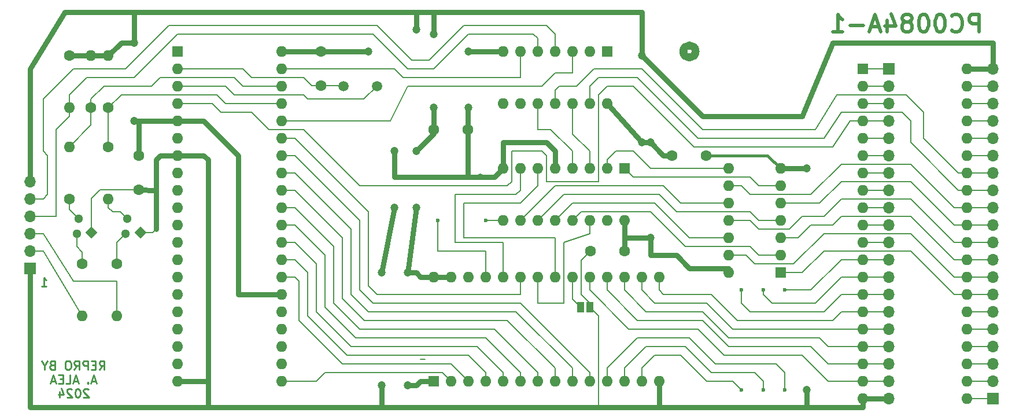
<source format=gbl>
%TF.GenerationSoftware,KiCad,Pcbnew,8.0.5+1*%
%TF.CreationDate,2024-10-09T19:18:35+02:00*%
%TF.ProjectId,QL_PC0084A_keyboard_adapter,514c5f50-4330-4303-9834-415f6b657962,0*%
%TF.SameCoordinates,Original*%
%TF.FileFunction,Copper,L2,Bot*%
%TF.FilePolarity,Positive*%
%FSLAX46Y46*%
G04 Gerber Fmt 4.6, Leading zero omitted, Abs format (unit mm)*
G04 Created by KiCad (PCBNEW 8.0.5+1) date 2024-10-09 19:18:35*
%MOMM*%
%LPD*%
G01*
G04 APERTURE LIST*
G04 Aperture macros list*
%AMRotRect*
0 Rectangle, with rotation*
0 The origin of the aperture is its center*
0 $1 length*
0 $2 width*
0 $3 Rotation angle, in degrees counterclockwise*
0 Add horizontal line*
21,1,$1,$2,0,0,$3*%
G04 Aperture macros list end*
%ADD10C,0.250000*%
%TA.AperFunction,NonConductor*%
%ADD11C,0.250000*%
%TD*%
%TA.AperFunction,NonConductor*%
%ADD12C,1.200000*%
%TD*%
%ADD13C,0.508000*%
%TA.AperFunction,NonConductor*%
%ADD14C,0.508000*%
%TD*%
%TA.AperFunction,ComponentPad*%
%ADD15RotRect,1.300000X1.300000X135.000000*%
%TD*%
%TA.AperFunction,ComponentPad*%
%ADD16C,1.300000*%
%TD*%
%TA.AperFunction,ComponentPad*%
%ADD17R,1.600000X1.600000*%
%TD*%
%TA.AperFunction,ComponentPad*%
%ADD18O,1.600000X1.600000*%
%TD*%
%TA.AperFunction,ComponentPad*%
%ADD19C,1.600000*%
%TD*%
%TA.AperFunction,ComponentPad*%
%ADD20C,1.500000*%
%TD*%
%TA.AperFunction,ComponentPad*%
%ADD21R,1.700000X1.700000*%
%TD*%
%TA.AperFunction,ComponentPad*%
%ADD22O,1.700000X1.700000*%
%TD*%
%TA.AperFunction,SMDPad,CuDef*%
%ADD23R,1.000000X1.500000*%
%TD*%
%TA.AperFunction,ViaPad*%
%ADD24C,1.200000*%
%TD*%
%TA.AperFunction,ViaPad*%
%ADD25C,0.600000*%
%TD*%
%TA.AperFunction,Conductor*%
%ADD26C,0.200000*%
%TD*%
%TA.AperFunction,Conductor*%
%ADD27C,0.800000*%
%TD*%
%TA.AperFunction,Conductor*%
%ADD28C,0.400000*%
%TD*%
%ADD29C,0.350000*%
%ADD30C,0.300000*%
G04 APERTURE END LIST*
D10*
D11*
X95649142Y-113115576D02*
X96374857Y-113115576D01*
X96012000Y-113115576D02*
X96012000Y-111845576D01*
X96012000Y-111845576D02*
X96132952Y-112027004D01*
X96132952Y-112027004D02*
X96253904Y-112147957D01*
X96253904Y-112147957D02*
X96374857Y-112208433D01*
D12*
X191398026Y-78740000D02*
G75*
G02*
X189601974Y-78740000I-898026J0D01*
G01*
X189601974Y-78740000D02*
G75*
G02*
X191398026Y-78740000I898026J0D01*
G01*
D10*
D11*
X104109761Y-125282318D02*
X104533095Y-124677556D01*
X104835476Y-125282318D02*
X104835476Y-124012318D01*
X104835476Y-124012318D02*
X104351666Y-124012318D01*
X104351666Y-124012318D02*
X104230714Y-124072794D01*
X104230714Y-124072794D02*
X104170237Y-124133270D01*
X104170237Y-124133270D02*
X104109761Y-124254222D01*
X104109761Y-124254222D02*
X104109761Y-124435651D01*
X104109761Y-124435651D02*
X104170237Y-124556603D01*
X104170237Y-124556603D02*
X104230714Y-124617080D01*
X104230714Y-124617080D02*
X104351666Y-124677556D01*
X104351666Y-124677556D02*
X104835476Y-124677556D01*
X103565476Y-124617080D02*
X103142142Y-124617080D01*
X102960714Y-125282318D02*
X103565476Y-125282318D01*
X103565476Y-125282318D02*
X103565476Y-124012318D01*
X103565476Y-124012318D02*
X102960714Y-124012318D01*
X102416428Y-125282318D02*
X102416428Y-124012318D01*
X102416428Y-124012318D02*
X101932618Y-124012318D01*
X101932618Y-124012318D02*
X101811666Y-124072794D01*
X101811666Y-124072794D02*
X101751189Y-124133270D01*
X101751189Y-124133270D02*
X101690713Y-124254222D01*
X101690713Y-124254222D02*
X101690713Y-124435651D01*
X101690713Y-124435651D02*
X101751189Y-124556603D01*
X101751189Y-124556603D02*
X101811666Y-124617080D01*
X101811666Y-124617080D02*
X101932618Y-124677556D01*
X101932618Y-124677556D02*
X102416428Y-124677556D01*
X100420713Y-125282318D02*
X100844047Y-124677556D01*
X101146428Y-125282318D02*
X101146428Y-124012318D01*
X101146428Y-124012318D02*
X100662618Y-124012318D01*
X100662618Y-124012318D02*
X100541666Y-124072794D01*
X100541666Y-124072794D02*
X100481189Y-124133270D01*
X100481189Y-124133270D02*
X100420713Y-124254222D01*
X100420713Y-124254222D02*
X100420713Y-124435651D01*
X100420713Y-124435651D02*
X100481189Y-124556603D01*
X100481189Y-124556603D02*
X100541666Y-124617080D01*
X100541666Y-124617080D02*
X100662618Y-124677556D01*
X100662618Y-124677556D02*
X101146428Y-124677556D01*
X99634523Y-124012318D02*
X99392618Y-124012318D01*
X99392618Y-124012318D02*
X99271666Y-124072794D01*
X99271666Y-124072794D02*
X99150713Y-124193746D01*
X99150713Y-124193746D02*
X99090237Y-124435651D01*
X99090237Y-124435651D02*
X99090237Y-124858984D01*
X99090237Y-124858984D02*
X99150713Y-125100889D01*
X99150713Y-125100889D02*
X99271666Y-125221842D01*
X99271666Y-125221842D02*
X99392618Y-125282318D01*
X99392618Y-125282318D02*
X99634523Y-125282318D01*
X99634523Y-125282318D02*
X99755475Y-125221842D01*
X99755475Y-125221842D02*
X99876428Y-125100889D01*
X99876428Y-125100889D02*
X99936904Y-124858984D01*
X99936904Y-124858984D02*
X99936904Y-124435651D01*
X99936904Y-124435651D02*
X99876428Y-124193746D01*
X99876428Y-124193746D02*
X99755475Y-124072794D01*
X99755475Y-124072794D02*
X99634523Y-124012318D01*
X97154999Y-124617080D02*
X96973571Y-124677556D01*
X96973571Y-124677556D02*
X96913094Y-124738032D01*
X96913094Y-124738032D02*
X96852618Y-124858984D01*
X96852618Y-124858984D02*
X96852618Y-125040413D01*
X96852618Y-125040413D02*
X96913094Y-125161365D01*
X96913094Y-125161365D02*
X96973571Y-125221842D01*
X96973571Y-125221842D02*
X97094523Y-125282318D01*
X97094523Y-125282318D02*
X97578333Y-125282318D01*
X97578333Y-125282318D02*
X97578333Y-124012318D01*
X97578333Y-124012318D02*
X97154999Y-124012318D01*
X97154999Y-124012318D02*
X97034047Y-124072794D01*
X97034047Y-124072794D02*
X96973571Y-124133270D01*
X96973571Y-124133270D02*
X96913094Y-124254222D01*
X96913094Y-124254222D02*
X96913094Y-124375175D01*
X96913094Y-124375175D02*
X96973571Y-124496127D01*
X96973571Y-124496127D02*
X97034047Y-124556603D01*
X97034047Y-124556603D02*
X97154999Y-124617080D01*
X97154999Y-124617080D02*
X97578333Y-124617080D01*
X96066428Y-124677556D02*
X96066428Y-125282318D01*
X96489761Y-124012318D02*
X96066428Y-124677556D01*
X96066428Y-124677556D02*
X95643094Y-124012318D01*
X103595713Y-126964090D02*
X102990951Y-126964090D01*
X103716665Y-127326947D02*
X103293332Y-126056947D01*
X103293332Y-126056947D02*
X102869998Y-127326947D01*
X102446666Y-127205994D02*
X102386189Y-127266471D01*
X102386189Y-127266471D02*
X102446666Y-127326947D01*
X102446666Y-127326947D02*
X102507142Y-127266471D01*
X102507142Y-127266471D02*
X102446666Y-127205994D01*
X102446666Y-127205994D02*
X102446666Y-127326947D01*
X100934761Y-126964090D02*
X100329999Y-126964090D01*
X101055713Y-127326947D02*
X100632380Y-126056947D01*
X100632380Y-126056947D02*
X100209046Y-127326947D01*
X99180952Y-127326947D02*
X99785714Y-127326947D01*
X99785714Y-127326947D02*
X99785714Y-126056947D01*
X98757619Y-126661709D02*
X98334285Y-126661709D01*
X98152857Y-127326947D02*
X98757619Y-127326947D01*
X98757619Y-127326947D02*
X98757619Y-126056947D01*
X98757619Y-126056947D02*
X98152857Y-126056947D01*
X97669047Y-126964090D02*
X97064285Y-126964090D01*
X97789999Y-127326947D02*
X97366666Y-126056947D01*
X97366666Y-126056947D02*
X96943332Y-127326947D01*
X102507143Y-128222528D02*
X102446667Y-128162052D01*
X102446667Y-128162052D02*
X102325714Y-128101576D01*
X102325714Y-128101576D02*
X102023333Y-128101576D01*
X102023333Y-128101576D02*
X101902381Y-128162052D01*
X101902381Y-128162052D02*
X101841905Y-128222528D01*
X101841905Y-128222528D02*
X101781428Y-128343480D01*
X101781428Y-128343480D02*
X101781428Y-128464433D01*
X101781428Y-128464433D02*
X101841905Y-128645861D01*
X101841905Y-128645861D02*
X102567619Y-129371576D01*
X102567619Y-129371576D02*
X101781428Y-129371576D01*
X100995238Y-128101576D02*
X100874285Y-128101576D01*
X100874285Y-128101576D02*
X100753333Y-128162052D01*
X100753333Y-128162052D02*
X100692857Y-128222528D01*
X100692857Y-128222528D02*
X100632381Y-128343480D01*
X100632381Y-128343480D02*
X100571904Y-128585385D01*
X100571904Y-128585385D02*
X100571904Y-128887766D01*
X100571904Y-128887766D02*
X100632381Y-129129671D01*
X100632381Y-129129671D02*
X100692857Y-129250623D01*
X100692857Y-129250623D02*
X100753333Y-129311100D01*
X100753333Y-129311100D02*
X100874285Y-129371576D01*
X100874285Y-129371576D02*
X100995238Y-129371576D01*
X100995238Y-129371576D02*
X101116190Y-129311100D01*
X101116190Y-129311100D02*
X101176666Y-129250623D01*
X101176666Y-129250623D02*
X101237143Y-129129671D01*
X101237143Y-129129671D02*
X101297619Y-128887766D01*
X101297619Y-128887766D02*
X101297619Y-128585385D01*
X101297619Y-128585385D02*
X101237143Y-128343480D01*
X101237143Y-128343480D02*
X101176666Y-128222528D01*
X101176666Y-128222528D02*
X101116190Y-128162052D01*
X101116190Y-128162052D02*
X100995238Y-128101576D01*
X100088095Y-128222528D02*
X100027619Y-128162052D01*
X100027619Y-128162052D02*
X99906666Y-128101576D01*
X99906666Y-128101576D02*
X99604285Y-128101576D01*
X99604285Y-128101576D02*
X99483333Y-128162052D01*
X99483333Y-128162052D02*
X99422857Y-128222528D01*
X99422857Y-128222528D02*
X99362380Y-128343480D01*
X99362380Y-128343480D02*
X99362380Y-128464433D01*
X99362380Y-128464433D02*
X99422857Y-128645861D01*
X99422857Y-128645861D02*
X100148571Y-129371576D01*
X100148571Y-129371576D02*
X99362380Y-129371576D01*
X98273809Y-128524909D02*
X98273809Y-129371576D01*
X98576190Y-128041100D02*
X98878571Y-128948242D01*
X98878571Y-128948242D02*
X98092380Y-128948242D01*
D13*
D14*
X232893810Y-75862736D02*
X232893810Y-73322736D01*
X232893810Y-73322736D02*
X231926191Y-73322736D01*
X231926191Y-73322736D02*
X231684286Y-73443688D01*
X231684286Y-73443688D02*
X231563333Y-73564641D01*
X231563333Y-73564641D02*
X231442381Y-73806545D01*
X231442381Y-73806545D02*
X231442381Y-74169403D01*
X231442381Y-74169403D02*
X231563333Y-74411307D01*
X231563333Y-74411307D02*
X231684286Y-74532260D01*
X231684286Y-74532260D02*
X231926191Y-74653212D01*
X231926191Y-74653212D02*
X232893810Y-74653212D01*
X228902381Y-75620831D02*
X229023333Y-75741784D01*
X229023333Y-75741784D02*
X229386191Y-75862736D01*
X229386191Y-75862736D02*
X229628095Y-75862736D01*
X229628095Y-75862736D02*
X229990952Y-75741784D01*
X229990952Y-75741784D02*
X230232857Y-75499879D01*
X230232857Y-75499879D02*
X230353810Y-75257974D01*
X230353810Y-75257974D02*
X230474762Y-74774164D01*
X230474762Y-74774164D02*
X230474762Y-74411307D01*
X230474762Y-74411307D02*
X230353810Y-73927498D01*
X230353810Y-73927498D02*
X230232857Y-73685593D01*
X230232857Y-73685593D02*
X229990952Y-73443688D01*
X229990952Y-73443688D02*
X229628095Y-73322736D01*
X229628095Y-73322736D02*
X229386191Y-73322736D01*
X229386191Y-73322736D02*
X229023333Y-73443688D01*
X229023333Y-73443688D02*
X228902381Y-73564641D01*
X227330000Y-73322736D02*
X227088095Y-73322736D01*
X227088095Y-73322736D02*
X226846191Y-73443688D01*
X226846191Y-73443688D02*
X226725238Y-73564641D01*
X226725238Y-73564641D02*
X226604286Y-73806545D01*
X226604286Y-73806545D02*
X226483333Y-74290355D01*
X226483333Y-74290355D02*
X226483333Y-74895117D01*
X226483333Y-74895117D02*
X226604286Y-75378926D01*
X226604286Y-75378926D02*
X226725238Y-75620831D01*
X226725238Y-75620831D02*
X226846191Y-75741784D01*
X226846191Y-75741784D02*
X227088095Y-75862736D01*
X227088095Y-75862736D02*
X227330000Y-75862736D01*
X227330000Y-75862736D02*
X227571905Y-75741784D01*
X227571905Y-75741784D02*
X227692857Y-75620831D01*
X227692857Y-75620831D02*
X227813810Y-75378926D01*
X227813810Y-75378926D02*
X227934762Y-74895117D01*
X227934762Y-74895117D02*
X227934762Y-74290355D01*
X227934762Y-74290355D02*
X227813810Y-73806545D01*
X227813810Y-73806545D02*
X227692857Y-73564641D01*
X227692857Y-73564641D02*
X227571905Y-73443688D01*
X227571905Y-73443688D02*
X227330000Y-73322736D01*
X224910952Y-73322736D02*
X224669047Y-73322736D01*
X224669047Y-73322736D02*
X224427143Y-73443688D01*
X224427143Y-73443688D02*
X224306190Y-73564641D01*
X224306190Y-73564641D02*
X224185238Y-73806545D01*
X224185238Y-73806545D02*
X224064285Y-74290355D01*
X224064285Y-74290355D02*
X224064285Y-74895117D01*
X224064285Y-74895117D02*
X224185238Y-75378926D01*
X224185238Y-75378926D02*
X224306190Y-75620831D01*
X224306190Y-75620831D02*
X224427143Y-75741784D01*
X224427143Y-75741784D02*
X224669047Y-75862736D01*
X224669047Y-75862736D02*
X224910952Y-75862736D01*
X224910952Y-75862736D02*
X225152857Y-75741784D01*
X225152857Y-75741784D02*
X225273809Y-75620831D01*
X225273809Y-75620831D02*
X225394762Y-75378926D01*
X225394762Y-75378926D02*
X225515714Y-74895117D01*
X225515714Y-74895117D02*
X225515714Y-74290355D01*
X225515714Y-74290355D02*
X225394762Y-73806545D01*
X225394762Y-73806545D02*
X225273809Y-73564641D01*
X225273809Y-73564641D02*
X225152857Y-73443688D01*
X225152857Y-73443688D02*
X224910952Y-73322736D01*
X222612856Y-74411307D02*
X222854761Y-74290355D01*
X222854761Y-74290355D02*
X222975714Y-74169403D01*
X222975714Y-74169403D02*
X223096666Y-73927498D01*
X223096666Y-73927498D02*
X223096666Y-73806545D01*
X223096666Y-73806545D02*
X222975714Y-73564641D01*
X222975714Y-73564641D02*
X222854761Y-73443688D01*
X222854761Y-73443688D02*
X222612856Y-73322736D01*
X222612856Y-73322736D02*
X222129047Y-73322736D01*
X222129047Y-73322736D02*
X221887142Y-73443688D01*
X221887142Y-73443688D02*
X221766190Y-73564641D01*
X221766190Y-73564641D02*
X221645237Y-73806545D01*
X221645237Y-73806545D02*
X221645237Y-73927498D01*
X221645237Y-73927498D02*
X221766190Y-74169403D01*
X221766190Y-74169403D02*
X221887142Y-74290355D01*
X221887142Y-74290355D02*
X222129047Y-74411307D01*
X222129047Y-74411307D02*
X222612856Y-74411307D01*
X222612856Y-74411307D02*
X222854761Y-74532260D01*
X222854761Y-74532260D02*
X222975714Y-74653212D01*
X222975714Y-74653212D02*
X223096666Y-74895117D01*
X223096666Y-74895117D02*
X223096666Y-75378926D01*
X223096666Y-75378926D02*
X222975714Y-75620831D01*
X222975714Y-75620831D02*
X222854761Y-75741784D01*
X222854761Y-75741784D02*
X222612856Y-75862736D01*
X222612856Y-75862736D02*
X222129047Y-75862736D01*
X222129047Y-75862736D02*
X221887142Y-75741784D01*
X221887142Y-75741784D02*
X221766190Y-75620831D01*
X221766190Y-75620831D02*
X221645237Y-75378926D01*
X221645237Y-75378926D02*
X221645237Y-74895117D01*
X221645237Y-74895117D02*
X221766190Y-74653212D01*
X221766190Y-74653212D02*
X221887142Y-74532260D01*
X221887142Y-74532260D02*
X222129047Y-74411307D01*
X219468094Y-74169403D02*
X219468094Y-75862736D01*
X220072856Y-73201784D02*
X220677618Y-75016069D01*
X220677618Y-75016069D02*
X219105237Y-75016069D01*
X218258570Y-75137022D02*
X217049046Y-75137022D01*
X218500475Y-75862736D02*
X217653808Y-73322736D01*
X217653808Y-73322736D02*
X216807141Y-75862736D01*
X215960475Y-74895117D02*
X214025237Y-74895117D01*
X211485236Y-75862736D02*
X212936665Y-75862736D01*
X212210951Y-75862736D02*
X212210951Y-73322736D01*
X212210951Y-73322736D02*
X212452855Y-73685593D01*
X212452855Y-73685593D02*
X212694760Y-73927498D01*
X212694760Y-73927498D02*
X212936665Y-74048450D01*
D15*
%TO.P,Q2,1,E*%
%TO.N,GND*%
X110109556Y-105282437D03*
D16*
%TO.P,Q2,2,C*%
%TO.N,Net-(Q2-C)*%
X107932505Y-105409437D03*
%TO.P,Q2,3,B*%
%TO.N,Net-(Q2-B)*%
X108204556Y-103250437D03*
%TD*%
D15*
%TO.P,Q1,1,E*%
%TO.N,GND*%
X102976000Y-105283000D03*
D16*
%TO.P,Q1,2,C*%
%TO.N,Net-(Q1-C)*%
X100798949Y-105410000D03*
%TO.P,Q1,3,B*%
%TO.N,Net-(Q1-B)*%
X101071000Y-103251000D03*
%TD*%
D17*
%TO.P,U2,1,T0*%
%TO.N,unconnected-(U2-T0-Pad1)*%
X115570000Y-78740000D03*
D18*
%TO.P,U2,2,X1*%
%TO.N,Net-(U2-X1)*%
X115570000Y-81280000D03*
%TO.P,U2,3,X2*%
%TO.N,Net-(U2-X2)*%
X115570000Y-83820000D03*
%TO.P,U2,4,~{RESET}*%
%TO.N,/RESET*%
X115570000Y-86360000D03*
%TO.P,U2,5,~{SS}*%
%TO.N,+5V*%
X115570000Y-88900000D03*
%TO.P,U2,6,~{INT}*%
%TO.N,unconnected-(U2-~{INT}-Pad6)*%
X115570000Y-91440000D03*
%TO.P,U2,7,EA*%
%TO.N,GND*%
X115570000Y-93980000D03*
%TO.P,U2,8,~{RD}*%
%TO.N,unconnected-(U2-~{RD}-Pad8)*%
X115570000Y-96520000D03*
%TO.P,U2,9,~{PSEN}*%
%TO.N,unconnected-(U2-~{PSEN}-Pad9)*%
X115570000Y-99060000D03*
%TO.P,U2,10,~{WR}*%
%TO.N,unconnected-(U2-~{WR}-Pad10)*%
X115570000Y-101600000D03*
%TO.P,U2,11,ALE*%
%TO.N,unconnected-(U2-ALE-Pad11)*%
X115570000Y-104140000D03*
%TO.P,U2,12,DB.0*%
%TO.N,unconnected-(U2-DB.0-Pad12)*%
X115570000Y-106680000D03*
%TO.P,U2,13,DB.1*%
%TO.N,unconnected-(U2-DB.1-Pad13)*%
X115570000Y-109220000D03*
%TO.P,U2,14,DB.2*%
%TO.N,unconnected-(U2-DB.2-Pad14)*%
X115570000Y-111760000D03*
%TO.P,U2,15,DB.3*%
%TO.N,unconnected-(U2-DB.3-Pad15)*%
X115570000Y-114300000D03*
%TO.P,U2,16,DB.4*%
%TO.N,unconnected-(U2-DB.4-Pad16)*%
X115570000Y-116840000D03*
%TO.P,U2,17,DB.5*%
%TO.N,unconnected-(U2-DB.5-Pad17)*%
X115570000Y-119380000D03*
%TO.P,U2,18,DB.6*%
%TO.N,unconnected-(U2-DB.6-Pad18)*%
X115570000Y-121920000D03*
%TO.P,U2,19,DB.7*%
%TO.N,unconnected-(U2-DB.7-Pad19)*%
X115570000Y-124460000D03*
%TO.P,U2,20,GND*%
%TO.N,GND*%
X115570000Y-127000000D03*
%TO.P,U2,21,P2.0*%
%TO.N,/R_A12*%
X130810000Y-127000000D03*
%TO.P,U2,22,P2.1*%
%TO.N,/ROM_CE*%
X130810000Y-124460000D03*
%TO.P,U2,23,P2.2*%
%TO.N,unconnected-(U2-P2.2-Pad23)*%
X130810000Y-121920000D03*
%TO.P,U2,24,P2.3*%
%TO.N,unconnected-(U2-P2.3-Pad24)*%
X130810000Y-119380000D03*
%TO.P,U2,25,PROG*%
%TO.N,unconnected-(U2-PROG-Pad25)*%
X130810000Y-116840000D03*
%TO.P,U2,26,Vpp/VDD*%
%TO.N,+5V*%
X130810000Y-114300000D03*
%TO.P,U2,27,P1.0*%
%TO.N,/R_A7*%
X130810000Y-111760000D03*
%TO.P,U2,28,P1.1*%
%TO.N,/R_A6*%
X130810000Y-109220000D03*
%TO.P,U2,29,P1.2*%
%TO.N,/R_A5*%
X130810000Y-106680000D03*
%TO.P,U2,30,P1.3*%
%TO.N,/R_A4*%
X130810000Y-104140000D03*
%TO.P,U2,31,P1.4*%
%TO.N,/R_A3*%
X130810000Y-101600000D03*
%TO.P,U2,32,P1.5*%
%TO.N,/R_A2*%
X130810000Y-99060000D03*
%TO.P,U2,33,P1.6*%
%TO.N,/R_A1*%
X130810000Y-96520000D03*
%TO.P,U2,34,P1.7*%
%TO.N,/R_A0*%
X130810000Y-93980000D03*
%TO.P,U2,35,P2.4*%
%TO.N,/R_A11*%
X130810000Y-91440000D03*
%TO.P,U2,36,P2.5*%
%TO.N,Net-(U2-P2.5)*%
X130810000Y-88900000D03*
%TO.P,U2,37,P2.6*%
%TO.N,Net-(U2-P2.6)*%
X130810000Y-86360000D03*
%TO.P,U2,38,P2.7*%
%TO.N,Net-(U2-P2.7)*%
X130810000Y-83820000D03*
%TO.P,U2,39,T1*%
%TO.N,Net-(U2-T1)*%
X130810000Y-81280000D03*
%TO.P,U2,40,VCC*%
%TO.N,+5V*%
X130810000Y-78740000D03*
%TD*%
D17*
%TO.P,U8,1*%
%TO.N,unconnected-(U8-Pad1)*%
X178440000Y-78750000D03*
D18*
%TO.P,U8,2*%
%TO.N,unconnected-(U8-Pad2)*%
X175900000Y-78750000D03*
%TO.P,U8,3*%
%TO.N,Net-(U2-P2.5)*%
X173360000Y-78750000D03*
%TO.P,U8,4*%
%TO.N,Net-(J3-Pin_5)*%
X170820000Y-78750000D03*
%TO.P,U8,5*%
%TO.N,Net-(J3-Pin_4)*%
X168280000Y-78750000D03*
%TO.P,U8,6*%
%TO.N,Net-(U2-T1)*%
X165740000Y-78750000D03*
%TO.P,U8,7,GND*%
%TO.N,GND*%
X163200000Y-78750000D03*
%TO.P,U8,8*%
%TO.N,unconnected-(U8-Pad8)*%
X163200000Y-86370000D03*
%TO.P,U8,9*%
%TO.N,unconnected-(U8-Pad9)*%
X165740000Y-86370000D03*
%TO.P,U8,10*%
%TO.N,Net-(U6-I7)*%
X168280000Y-86370000D03*
%TO.P,U8,11*%
%TO.N,/KBO07*%
X170820000Y-86370000D03*
%TO.P,U8,12*%
%TO.N,Net-(U6-I6)*%
X173360000Y-86370000D03*
%TO.P,U8,13*%
%TO.N,/KBO06*%
X175900000Y-86370000D03*
%TO.P,U8,14,VCC*%
%TO.N,+5V*%
X178440000Y-86370000D03*
%TD*%
D17*
%TO.P,U1,1,T0*%
%TO.N,Net-(J1-Pin_1)*%
X215900000Y-81280000D03*
D18*
%TO.P,U1,2,X1*%
%TO.N,Net-(J1-Pin_2)*%
X215900000Y-83820000D03*
%TO.P,U1,3,X2*%
%TO.N,Net-(J1-Pin_3)*%
X215900000Y-86360000D03*
%TO.P,U1,4,~{RESET}*%
%TO.N,/RESET*%
X215900000Y-88900000D03*
%TO.P,U1,5,~{SS}*%
%TO.N,Net-(J1-Pin_5)*%
X215900000Y-91440000D03*
%TO.P,U1,6,~{INT}*%
%TO.N,Net-(J1-Pin_6)*%
X215900000Y-93980000D03*
%TO.P,U1,7,EA*%
%TO.N,Net-(J1-Pin_7)*%
X215900000Y-96520000D03*
%TO.P,U1,8,~{RD}*%
%TO.N,Net-(J1-Pin_8)*%
X215900000Y-99060000D03*
%TO.P,U1,9,~{PSEN}*%
%TO.N,Net-(J1-Pin_9)*%
X215900000Y-101600000D03*
%TO.P,U1,10,~{WR}*%
%TO.N,Net-(J1-Pin_10)*%
X215900000Y-104140000D03*
%TO.P,U1,11,ALE*%
%TO.N,Net-(J1-Pin_11)*%
X215900000Y-106680000D03*
%TO.P,U1,12,DB.0*%
%TO.N,/KBI00*%
X215900000Y-109220000D03*
%TO.P,U1,13,DB.1*%
%TO.N,/KBI01*%
X215900000Y-111760000D03*
%TO.P,U1,14,DB.2*%
%TO.N,/KBI02*%
X215900000Y-114300000D03*
%TO.P,U1,15,DB.3*%
%TO.N,/KBI03*%
X215900000Y-116840000D03*
%TO.P,U1,16,DB.4*%
%TO.N,/KBI04*%
X215900000Y-119380000D03*
%TO.P,U1,17,DB.5*%
%TO.N,/KBI05*%
X215900000Y-121920000D03*
%TO.P,U1,18,DB.6*%
%TO.N,/KBI06*%
X215900000Y-124460000D03*
%TO.P,U1,19,DB.7*%
%TO.N,/KBI07*%
X215900000Y-127000000D03*
%TO.P,U1,20,GND*%
%TO.N,GND*%
X215900000Y-129540000D03*
%TO.P,U1,21,P2.0*%
%TO.N,Net-(J2-Pin_1)*%
X231140000Y-129540000D03*
%TO.P,U1,22,P2.1*%
%TO.N,Net-(J2-Pin_2)*%
X231140000Y-127000000D03*
%TO.P,U1,23,P2.2*%
%TO.N,Net-(J2-Pin_3)*%
X231140000Y-124460000D03*
%TO.P,U1,24,P2.3*%
%TO.N,Net-(J2-Pin_4)*%
X231140000Y-121920000D03*
%TO.P,U1,25,PROG*%
%TO.N,Net-(J2-Pin_5)*%
X231140000Y-119380000D03*
%TO.P,U1,26,Vpp/VDD*%
%TO.N,Net-(J2-Pin_6)*%
X231140000Y-116840000D03*
%TO.P,U1,27,P1.0*%
%TO.N,/KBO00*%
X231140000Y-114300000D03*
%TO.P,U1,28,P1.1*%
%TO.N,/KBO01*%
X231140000Y-111760000D03*
%TO.P,U1,29,P1.2*%
%TO.N,/KBO02*%
X231140000Y-109220000D03*
%TO.P,U1,30,P1.3*%
%TO.N,/KBO03*%
X231140000Y-106680000D03*
%TO.P,U1,31,P1.4*%
%TO.N,/KBO04*%
X231140000Y-104140000D03*
%TO.P,U1,32,P1.5*%
%TO.N,/KBO05*%
X231140000Y-101600000D03*
%TO.P,U1,33,P1.6*%
%TO.N,/KBO06*%
X231140000Y-99060000D03*
%TO.P,U1,34,P1.7*%
%TO.N,/KBO07*%
X231140000Y-96520000D03*
%TO.P,U1,35,P2.4*%
%TO.N,Net-(J2-Pin_15)*%
X231140000Y-93980000D03*
%TO.P,U1,36,P2.5*%
%TO.N,Net-(J2-Pin_16)*%
X231140000Y-91440000D03*
%TO.P,U1,37,P2.6*%
%TO.N,Net-(J2-Pin_17)*%
X231140000Y-88900000D03*
%TO.P,U1,38,P2.7*%
%TO.N,Net-(J2-Pin_18)*%
X231140000Y-86360000D03*
%TO.P,U1,39,T1*%
%TO.N,Net-(J2-Pin_19)*%
X231140000Y-83820000D03*
%TO.P,U1,40,VCC*%
%TO.N,+5V*%
X231140000Y-81280000D03*
%TD*%
D19*
%TO.P,R5,1*%
%TO.N,Net-(U2-P2.6)*%
X105410000Y-86995000D03*
D18*
%TO.P,R5,2*%
%TO.N,+5V*%
X105410000Y-79375000D03*
%TD*%
D19*
%TO.P,C2,1*%
%TO.N,Net-(U2-X1)*%
X136525000Y-83780000D03*
%TO.P,C2,2*%
%TO.N,+5V*%
X136525000Y-78780000D03*
%TD*%
D17*
%TO.P,U6,1,I4*%
%TO.N,Net-(U6-I4)*%
X180975000Y-95885000D03*
D18*
%TO.P,U6,2,I5*%
%TO.N,Net-(U6-I5)*%
X178435000Y-95885000D03*
%TO.P,U6,3,I6*%
%TO.N,Net-(U6-I6)*%
X175895000Y-95885000D03*
%TO.P,U6,4,I7*%
%TO.N,Net-(U6-I7)*%
X173355000Y-95885000D03*
%TO.P,U6,5,EI*%
%TO.N,GND*%
X170815000Y-95885000D03*
%TO.P,U6,6,S2*%
%TO.N,/R_A10*%
X168275000Y-95885000D03*
%TO.P,U6,7,S1*%
%TO.N,/R_A9*%
X165735000Y-95885000D03*
%TO.P,U6,8,GND*%
%TO.N,GND*%
X163195000Y-95885000D03*
%TO.P,U6,9,S0*%
%TO.N,/R_A8*%
X163195000Y-103505000D03*
%TO.P,U6,10,IO*%
%TO.N,Net-(U6-IO)*%
X165735000Y-103505000D03*
%TO.P,U6,11,I1*%
%TO.N,Net-(U6-I1)*%
X168275000Y-103505000D03*
%TO.P,U6,12,I2*%
%TO.N,Net-(U6-I2)*%
X170815000Y-103505000D03*
%TO.P,U6,13,I3*%
%TO.N,Net-(U6-I3)*%
X173355000Y-103505000D03*
%TO.P,U6,14,GS*%
%TO.N,/ROM_OE*%
X175895000Y-103505000D03*
%TO.P,U6,15,EO*%
%TO.N,unconnected-(U6-EO-Pad15)*%
X178435000Y-103505000D03*
%TO.P,U6,16,VCC*%
%TO.N,+5V*%
X180975000Y-103505000D03*
%TD*%
D19*
%TO.P,C5,1*%
%TO.N,GND*%
X109855000Y-98980000D03*
%TO.P,C5,2*%
%TO.N,+5V*%
X109855000Y-93980000D03*
%TD*%
%TO.P,C4,1*%
%TO.N,+5V*%
X153075000Y-90170000D03*
%TO.P,C4,2*%
%TO.N,GND*%
X158075000Y-90170000D03*
%TD*%
%TO.P,C1,1*%
%TO.N,+5V*%
X187960000Y-93980000D03*
%TO.P,C1,2*%
%TO.N,GND*%
X192960000Y-93980000D03*
%TD*%
%TO.P,R7,1*%
%TO.N,Net-(U2-P2.6)*%
X105410000Y-92710000D03*
D18*
%TO.P,R7,2*%
%TO.N,Net-(Q2-B)*%
X105410000Y-100330000D03*
%TD*%
D19*
%TO.P,C3,1*%
%TO.N,+5V*%
X180975000Y-107950000D03*
%TO.P,C3,2*%
%TO.N,GND*%
X175975000Y-107950000D03*
%TD*%
D20*
%TO.P,Y1,1,1*%
%TO.N,Net-(U2-X1)*%
X139880000Y-83790000D03*
%TO.P,Y1,2,2*%
%TO.N,Net-(U2-X2)*%
X144780000Y-83790000D03*
%TD*%
D19*
%TO.P,R4,1*%
%TO.N,Net-(U2-P2.7)*%
X102870000Y-86995000D03*
D18*
%TO.P,R4,2*%
%TO.N,+5V*%
X102870000Y-79375000D03*
%TD*%
D19*
%TO.P,R1,1*%
%TO.N,Net-(Q2-C)*%
X106680000Y-109855000D03*
D18*
%TO.P,R1,2*%
%TO.N,Net-(J3-Pin_3)*%
X106680000Y-117475000D03*
%TD*%
D19*
%TO.P,R2,1*%
%TO.N,Net-(Q1-C)*%
X101600000Y-109855000D03*
D18*
%TO.P,R2,2*%
%TO.N,Net-(J3-Pin_2)*%
X101600000Y-117475000D03*
%TD*%
D19*
%TO.P,R6,1*%
%TO.N,Net-(Q1-B)*%
X99695000Y-100330000D03*
D18*
%TO.P,R6,2*%
%TO.N,Net-(U2-P2.7)*%
X99695000Y-92710000D03*
%TD*%
D17*
%TO.P,U7,1*%
%TO.N,/KBO00*%
X203825000Y-111125000D03*
D18*
%TO.P,U7,2*%
%TO.N,Net-(U6-I3)*%
X203825000Y-108585000D03*
%TO.P,U7,3*%
%TO.N,/KBO02*%
X203825000Y-106045000D03*
%TO.P,U7,4*%
%TO.N,Net-(U6-I1)*%
X203825000Y-103505000D03*
%TO.P,U7,5*%
%TO.N,/KBO04*%
X203825000Y-100965000D03*
%TO.P,U7,6*%
%TO.N,Net-(U6-I4)*%
X203825000Y-98425000D03*
%TO.P,U7,7,GND*%
%TO.N,GND*%
X203825000Y-95885000D03*
%TO.P,U7,8*%
%TO.N,Net-(U6-I5)*%
X196205000Y-95885000D03*
%TO.P,U7,9*%
%TO.N,/KBO05*%
X196205000Y-98425000D03*
%TO.P,U7,10*%
%TO.N,Net-(U6-IO)*%
X196205000Y-100965000D03*
%TO.P,U7,11*%
%TO.N,/KBO03*%
X196205000Y-103505000D03*
%TO.P,U7,12*%
%TO.N,Net-(U6-I2)*%
X196205000Y-106045000D03*
%TO.P,U7,13*%
%TO.N,/KBO01*%
X196205000Y-108585000D03*
%TO.P,U7,14,VCC*%
%TO.N,+5V*%
X196205000Y-111125000D03*
%TD*%
D19*
%TO.P,R3,1*%
%TO.N,+5V*%
X99695000Y-79375000D03*
D18*
%TO.P,R3,2*%
%TO.N,Net-(J3-Pin_4)*%
X99695000Y-86995000D03*
%TD*%
D17*
%TO.P,U3,1,VPP*%
%TO.N,+5V*%
X153035000Y-127000000D03*
D18*
%TO.P,U3,2,A12*%
%TO.N,/R_A12*%
X155575000Y-127000000D03*
%TO.P,U3,3,A7*%
%TO.N,/R_A7*%
X158115000Y-127000000D03*
%TO.P,U3,4,A6*%
%TO.N,/R_A6*%
X160655000Y-127000000D03*
%TO.P,U3,5,A5*%
%TO.N,/R_A5*%
X163195000Y-127000000D03*
%TO.P,U3,6,A4*%
%TO.N,/R_A4*%
X165735000Y-127000000D03*
%TO.P,U3,7,A3*%
%TO.N,/R_A3*%
X168275000Y-127000000D03*
%TO.P,U3,8,A2*%
%TO.N,/R_A2*%
X170815000Y-127000000D03*
%TO.P,U3,9,A1*%
%TO.N,/R_A1*%
X173355000Y-127000000D03*
%TO.P,U3,10,A0*%
%TO.N,/R_A0*%
X175895000Y-127000000D03*
%TO.P,U3,11,D0*%
%TO.N,/KBI00*%
X178435000Y-127000000D03*
%TO.P,U3,12,D1*%
%TO.N,/KBI01*%
X180975000Y-127000000D03*
%TO.P,U3,13,D2*%
%TO.N,/KBI02*%
X183515000Y-127000000D03*
%TO.P,U3,14,GND*%
%TO.N,GND*%
X186055000Y-127000000D03*
%TO.P,U3,15,D3*%
%TO.N,/KBI03*%
X186055000Y-111760000D03*
%TO.P,U3,16,D4*%
%TO.N,/KBI04*%
X183515000Y-111760000D03*
%TO.P,U3,17,D5*%
%TO.N,/KBI05*%
X180975000Y-111760000D03*
%TO.P,U3,18,D6*%
%TO.N,/KBI06*%
X178435000Y-111760000D03*
%TO.P,U3,19,D7*%
%TO.N,/KBI07*%
X175895000Y-111760000D03*
%TO.P,U3,20,~{CE}*%
%TO.N,Net-(JP1-A)*%
X173355000Y-111760000D03*
%TO.P,U3,21,A10*%
%TO.N,/R_A10*%
X170815000Y-111760000D03*
%TO.P,U3,22,~{OE}*%
%TO.N,/ROM_OE*%
X168275000Y-111760000D03*
%TO.P,U3,23,A11*%
%TO.N,/R_A11*%
X165735000Y-111760000D03*
%TO.P,U3,24,A9*%
%TO.N,/R_A9*%
X163195000Y-111760000D03*
%TO.P,U3,25,A8*%
%TO.N,/R_A8*%
X160655000Y-111760000D03*
%TO.P,U3,26,NC*%
%TO.N,unconnected-(U3-NC-Pad26)*%
X158115000Y-111760000D03*
%TO.P,U3,27,~{PGM}*%
%TO.N,+5V*%
X155575000Y-111760000D03*
%TO.P,U3,28,VCC*%
X153035000Y-111760000D03*
%TD*%
D21*
%TO.P,J3,1,Pin_1*%
%TO.N,GND*%
X93980000Y-110490000D03*
D22*
%TO.P,J3,2,Pin_2*%
%TO.N,Net-(J3-Pin_2)*%
X93980000Y-107950000D03*
%TO.P,J3,3,Pin_3*%
%TO.N,Net-(J3-Pin_3)*%
X93980000Y-105410000D03*
%TO.P,J3,4,Pin_4*%
%TO.N,Net-(J3-Pin_4)*%
X93980000Y-102870000D03*
%TO.P,J3,5,Pin_5*%
%TO.N,Net-(J3-Pin_5)*%
X93980000Y-100330000D03*
%TO.P,J3,6,Pin_6*%
%TO.N,+5V*%
X93980000Y-97790000D03*
%TD*%
D21*
%TO.P,J2,1,Pin_1*%
%TO.N,Net-(J2-Pin_1)*%
X234950000Y-129540000D03*
D22*
%TO.P,J2,2,Pin_2*%
%TO.N,Net-(J2-Pin_2)*%
X234950000Y-127000000D03*
%TO.P,J2,3,Pin_3*%
%TO.N,Net-(J2-Pin_3)*%
X234950000Y-124460000D03*
%TO.P,J2,4,Pin_4*%
%TO.N,Net-(J2-Pin_4)*%
X234950000Y-121920000D03*
%TO.P,J2,5,Pin_5*%
%TO.N,Net-(J2-Pin_5)*%
X234950000Y-119380000D03*
%TO.P,J2,6,Pin_6*%
%TO.N,Net-(J2-Pin_6)*%
X234950000Y-116840000D03*
%TO.P,J2,7,Pin_7*%
%TO.N,/KBO00*%
X234950000Y-114300000D03*
%TO.P,J2,8,Pin_8*%
%TO.N,/KBO01*%
X234950000Y-111760000D03*
%TO.P,J2,9,Pin_9*%
%TO.N,/KBO02*%
X234950000Y-109220000D03*
%TO.P,J2,10,Pin_10*%
%TO.N,/KBO03*%
X234950000Y-106680000D03*
%TO.P,J2,11,Pin_11*%
%TO.N,/KBO04*%
X234950000Y-104140000D03*
%TO.P,J2,12,Pin_12*%
%TO.N,/KBO05*%
X234950000Y-101600000D03*
%TO.P,J2,13,Pin_13*%
%TO.N,/KBO06*%
X234950000Y-99060000D03*
%TO.P,J2,14,Pin_14*%
%TO.N,/KBO07*%
X234950000Y-96520000D03*
%TO.P,J2,15,Pin_15*%
%TO.N,Net-(J2-Pin_15)*%
X234950000Y-93980000D03*
%TO.P,J2,16,Pin_16*%
%TO.N,Net-(J2-Pin_16)*%
X234950000Y-91440000D03*
%TO.P,J2,17,Pin_17*%
%TO.N,Net-(J2-Pin_17)*%
X234950000Y-88900000D03*
%TO.P,J2,18,Pin_18*%
%TO.N,Net-(J2-Pin_18)*%
X234950000Y-86360000D03*
%TO.P,J2,19,Pin_19*%
%TO.N,Net-(J2-Pin_19)*%
X234950000Y-83820000D03*
%TO.P,J2,20,Pin_20*%
%TO.N,+5V*%
X234950000Y-81280000D03*
%TD*%
D23*
%TO.P,JP2,1,A*%
%TO.N,GND*%
X175910000Y-116205000D03*
%TO.P,JP2,2,B*%
%TO.N,Net-(JP1-A)*%
X174610000Y-116205000D03*
%TD*%
D21*
%TO.P,J1,1,Pin_1*%
%TO.N,Net-(J1-Pin_1)*%
X219710000Y-81280000D03*
D22*
%TO.P,J1,2,Pin_2*%
%TO.N,Net-(J1-Pin_2)*%
X219710000Y-83820000D03*
%TO.P,J1,3,Pin_3*%
%TO.N,Net-(J1-Pin_3)*%
X219710000Y-86360000D03*
%TO.P,J1,4,Pin_4*%
%TO.N,/RESET*%
X219710000Y-88900000D03*
%TO.P,J1,5,Pin_5*%
%TO.N,Net-(J1-Pin_5)*%
X219710000Y-91440000D03*
%TO.P,J1,6,Pin_6*%
%TO.N,Net-(J1-Pin_6)*%
X219710000Y-93980000D03*
%TO.P,J1,7,Pin_7*%
%TO.N,Net-(J1-Pin_7)*%
X219710000Y-96520000D03*
%TO.P,J1,8,Pin_8*%
%TO.N,Net-(J1-Pin_8)*%
X219710000Y-99060000D03*
%TO.P,J1,9,Pin_9*%
%TO.N,Net-(J1-Pin_9)*%
X219710000Y-101600000D03*
%TO.P,J1,10,Pin_10*%
%TO.N,Net-(J1-Pin_10)*%
X219710000Y-104140000D03*
%TO.P,J1,11,Pin_11*%
%TO.N,Net-(J1-Pin_11)*%
X219710000Y-106680000D03*
%TO.P,J1,12,Pin_12*%
%TO.N,/KBI00*%
X219710000Y-109220000D03*
%TO.P,J1,13,Pin_13*%
%TO.N,/KBI01*%
X219710000Y-111760000D03*
%TO.P,J1,14,Pin_14*%
%TO.N,/KBI02*%
X219710000Y-114300000D03*
%TO.P,J1,15,Pin_15*%
%TO.N,/KBI03*%
X219710000Y-116840000D03*
%TO.P,J1,16,Pin_16*%
%TO.N,/KBI04*%
X219710000Y-119380000D03*
%TO.P,J1,17,Pin_17*%
%TO.N,/KBI05*%
X219710000Y-121920000D03*
%TO.P,J1,18,Pin_18*%
%TO.N,/KBI06*%
X219710000Y-124460000D03*
%TO.P,J1,19,Pin_19*%
%TO.N,/KBI07*%
X219710000Y-127000000D03*
%TO.P,J1,20,Pin_20*%
%TO.N,GND*%
X219710000Y-129540000D03*
%TD*%
D24*
%TO.N,GND*%
X145415000Y-111125000D03*
X145415000Y-127635000D03*
X207645000Y-128270000D03*
X147320000Y-93345000D03*
X158115000Y-78740000D03*
X207645000Y-95885000D03*
X147320000Y-101600000D03*
X158115000Y-86995000D03*
%TO.N,+5V*%
X183515000Y-92075000D03*
X109220000Y-77470000D03*
X184785000Y-106045000D03*
X150495000Y-93345000D03*
X183515000Y-79375000D03*
X150495000Y-101600000D03*
X153035000Y-76200000D03*
X153035000Y-86995000D03*
X184785000Y-92075000D03*
X150495000Y-75565000D03*
X109220000Y-88900000D03*
X143510000Y-78740000D03*
X149225000Y-127635000D03*
X149225000Y-111125000D03*
D25*
%TO.N,/KBI01*%
X201295000Y-113665000D03*
X201295000Y-128270000D03*
X201295000Y-128270000D03*
%TO.N,/KBI02*%
X198120000Y-113665000D03*
X198120000Y-128270000D03*
X198120000Y-128270000D03*
%TO.N,/KBI00*%
X204470000Y-113665000D03*
X204470000Y-128270000D03*
%TO.N,/R_A8*%
X153670000Y-103505000D03*
X160655000Y-103505000D03*
%TD*%
D26*
%TO.N,Net-(Q1-C)*%
X100798949Y-107314999D02*
X101600000Y-108116051D01*
X100798949Y-105410000D02*
X100798949Y-107314999D01*
%TO.N,Net-(Q1-B)*%
X99695000Y-100330000D02*
X99695000Y-101875000D01*
X99695000Y-101875000D02*
X101071000Y-103251000D01*
%TO.N,GND*%
X102976000Y-105283000D02*
X102976000Y-100224000D01*
X102976000Y-100224000D02*
X104220000Y-98980000D01*
X104220000Y-98980000D02*
X109855000Y-98980000D01*
%TO.N,Net-(Q2-B)*%
X108204556Y-103250437D02*
X107189119Y-102235000D01*
X106045000Y-102235000D02*
X105410000Y-101600000D01*
X107189119Y-102235000D02*
X106045000Y-102235000D01*
X105410000Y-101600000D02*
X105410000Y-100330000D01*
%TO.N,Net-(Q2-C)*%
X106680000Y-109855000D02*
X106680000Y-106661942D01*
X106680000Y-106661942D02*
X107932505Y-105409437D01*
%TO.N,GND*%
X110109556Y-105282437D02*
X111887563Y-105282437D01*
X111887563Y-105282437D02*
X112395000Y-104775000D01*
%TO.N,Net-(Q1-C)*%
X101600000Y-109855000D02*
X101600000Y-108116051D01*
%TO.N,*%
X151765000Y-123825000D02*
X151130000Y-123825000D01*
D27*
%TO.N,GND*%
X170815000Y-93345000D02*
X170815000Y-95885000D01*
X215900000Y-130810000D02*
X215900000Y-129540000D01*
X112395000Y-99060000D02*
X109855000Y-98980000D01*
X145415000Y-111125000D02*
X147320000Y-101600000D01*
X120015000Y-94615000D02*
X119380000Y-93980000D01*
D26*
X174625000Y-114300000D02*
X175910000Y-115585000D01*
X177165000Y-117460000D02*
X177165000Y-130810000D01*
D27*
X158115000Y-97155000D02*
X147320000Y-97155000D01*
X145415000Y-130810000D02*
X145415000Y-127635000D01*
X219710000Y-129540000D02*
X215900000Y-129540000D01*
X119380000Y-93980000D02*
X115570000Y-93980000D01*
X160020000Y-97155000D02*
X161925000Y-97155000D01*
X120015000Y-127000000D02*
X120015000Y-94615000D01*
X120015000Y-130810000D02*
X120015000Y-127000000D01*
X158115000Y-87122000D02*
X158075000Y-87162000D01*
X163195000Y-95885000D02*
X163195000Y-92075000D01*
X93980000Y-110490000D02*
X93980000Y-130810000D01*
X163195000Y-78740000D02*
X158115000Y-78740000D01*
X112395000Y-94615000D02*
X112395000Y-99060000D01*
X207645000Y-128270000D02*
X207645000Y-130810000D01*
D26*
X175910000Y-116205000D02*
X177165000Y-117460000D01*
D27*
X158075000Y-87162000D02*
X158075000Y-90170000D01*
X115570000Y-93980000D02*
X113030000Y-93980000D01*
D26*
X175975000Y-107950000D02*
X174625000Y-109300000D01*
D27*
X147320000Y-97155000D02*
X147320000Y-93345000D01*
X158075000Y-97115000D02*
X158115000Y-97155000D01*
X112395000Y-99060000D02*
X112395000Y-104775000D01*
X186055000Y-130810000D02*
X177165000Y-130810000D01*
X120015000Y-127000000D02*
X115570000Y-127000000D01*
X207645000Y-130810000D02*
X215900000Y-130810000D01*
X207645000Y-95885000D02*
X203825000Y-95885000D01*
X177165000Y-130810000D02*
X145415000Y-130810000D01*
X163195000Y-92075000D02*
X169545000Y-92075000D01*
X159850000Y-96985000D02*
X160020000Y-97155000D01*
D26*
X174625000Y-109300000D02*
X174625000Y-114300000D01*
D27*
X169545000Y-92075000D02*
X170815000Y-93345000D01*
X186055000Y-130810000D02*
X186055000Y-127000000D01*
D28*
X201920000Y-93980000D02*
X203825000Y-95885000D01*
D27*
X113030000Y-93980000D02*
X112395000Y-94615000D01*
X207645000Y-130810000D02*
X186055000Y-130810000D01*
X145415000Y-130810000D02*
X120650000Y-130810000D01*
X93980000Y-130810000D02*
X120650000Y-130810000D01*
X158115000Y-86995000D02*
X158115000Y-87122000D01*
X160020000Y-97155000D02*
X158115000Y-97155000D01*
X161925000Y-97155000D02*
X163195000Y-95885000D01*
D28*
X192960000Y-93980000D02*
X201920000Y-93980000D01*
D27*
X158075000Y-90170000D02*
X158075000Y-97115000D01*
X120650000Y-130810000D02*
X120015000Y-130810000D01*
%TO.N,+5V*%
X105410000Y-79375000D02*
X107315000Y-77470000D01*
X99060000Y-73025000D02*
X93980000Y-81280000D01*
X107315000Y-77470000D02*
X109220000Y-77470000D01*
X149225000Y-127635000D02*
X150495000Y-127635000D01*
X93980000Y-81280000D02*
X93980000Y-97790000D01*
X149225000Y-111125000D02*
X150495000Y-111125000D01*
X109220000Y-73025000D02*
X109220000Y-77470000D01*
X151130000Y-127000000D02*
X153035000Y-127000000D01*
X119380000Y-88900000D02*
X124460000Y-93980000D01*
X183515000Y-79375000D02*
X183515000Y-73025000D01*
X99695000Y-79375000D02*
X102870000Y-79375000D01*
X153035000Y-73025000D02*
X150495000Y-73025000D01*
X151130000Y-111760000D02*
X153035000Y-111760000D01*
X130810000Y-78740000D02*
X143510000Y-78740000D01*
X184785000Y-92075000D02*
X183515000Y-92075000D01*
X187960000Y-93980000D02*
X186690000Y-93980000D01*
X109855000Y-88900000D02*
X115570000Y-88900000D01*
X184785000Y-108585000D02*
X188595000Y-108585000D01*
X150495000Y-75565000D02*
X150495000Y-73025000D01*
X115570000Y-88900000D02*
X119380000Y-88900000D01*
X153075000Y-90765000D02*
X150495000Y-93345000D01*
X109220000Y-88900000D02*
X109855000Y-88900000D01*
X150495000Y-101600000D02*
X149225000Y-111125000D01*
X190500000Y-110490000D02*
X196215000Y-110490000D01*
X188595000Y-108585000D02*
X190500000Y-110490000D01*
X184785000Y-106045000D02*
X180975000Y-106045000D01*
X186690000Y-93980000D02*
X184785000Y-92075000D01*
X234950000Y-77470000D02*
X211455000Y-77470000D01*
X150495000Y-111125000D02*
X151130000Y-111760000D01*
X183515000Y-73025000D02*
X153035000Y-73025000D01*
X150495000Y-127635000D02*
X151130000Y-127000000D01*
X180975000Y-106045000D02*
X180975000Y-103505000D01*
X234950000Y-81280000D02*
X234950000Y-77470000D01*
X109855000Y-88900000D02*
X109855000Y-93980000D01*
X109220000Y-73025000D02*
X99060000Y-73025000D01*
X153075000Y-90170000D02*
X153075000Y-90765000D01*
X153035000Y-111760000D02*
X155575000Y-111760000D01*
X183515000Y-92075000D02*
X178435000Y-86360000D01*
X184785000Y-106045000D02*
X184785000Y-108585000D01*
X153035000Y-86995000D02*
X153035000Y-89535000D01*
X234950000Y-81280000D02*
X231140000Y-81280000D01*
X153035000Y-73025000D02*
X153035000Y-76200000D01*
X102870000Y-79375000D02*
X105410000Y-79375000D01*
X211455000Y-77470000D02*
X207010000Y-88265000D01*
X180975000Y-106045000D02*
X180975000Y-107950000D01*
X124460000Y-114300000D02*
X130810000Y-114300000D01*
X150495000Y-73025000D02*
X109220000Y-73025000D01*
X192405000Y-88265000D02*
X183515000Y-79375000D01*
X207010000Y-88265000D02*
X192405000Y-88265000D01*
X124460000Y-93980000D02*
X124460000Y-114300000D01*
D26*
%TO.N,Net-(J1-Pin_6)*%
X219710000Y-93980000D02*
X215900000Y-93980000D01*
%TO.N,Net-(J1-Pin_2)*%
X219710000Y-83820000D02*
X215900000Y-83820000D01*
%TO.N,Net-(J1-Pin_8)*%
X219710000Y-99060000D02*
X215900000Y-99060000D01*
%TO.N,Net-(J1-Pin_5)*%
X219710000Y-91440000D02*
X215900000Y-91440000D01*
%TO.N,Net-(J1-Pin_7)*%
X219710000Y-96520000D02*
X215900000Y-96520000D01*
%TO.N,Net-(J1-Pin_1)*%
X219710000Y-81280000D02*
X215900000Y-81280000D01*
%TO.N,Net-(J1-Pin_3)*%
X219710000Y-86360000D02*
X215900000Y-86360000D01*
%TO.N,Net-(J2-Pin_5)*%
X234950000Y-119380000D02*
X231140000Y-119380000D01*
%TO.N,Net-(J2-Pin_2)*%
X234950000Y-127000000D02*
X231140000Y-127000000D01*
%TO.N,Net-(J2-Pin_1)*%
X234950000Y-129540000D02*
X231140000Y-129540000D01*
%TO.N,Net-(J2-Pin_3)*%
X234950000Y-124460000D02*
X231140000Y-124460000D01*
%TO.N,Net-(J2-Pin_6)*%
X234950000Y-116840000D02*
X231140000Y-116840000D01*
%TO.N,Net-(J2-Pin_4)*%
X234950000Y-121920000D02*
X231140000Y-121920000D01*
%TO.N,/KBI06*%
X178435000Y-111760000D02*
X178435000Y-113665000D01*
X219710000Y-124460000D02*
X215900000Y-124460000D01*
X178435000Y-113665000D02*
X182880000Y-118110000D01*
X182880000Y-118110000D02*
X192405000Y-118110000D01*
X196215000Y-121920000D02*
X208280000Y-121920000D01*
X210820000Y-124460000D02*
X215900000Y-124460000D01*
X208280000Y-121920000D02*
X210820000Y-124460000D01*
X192405000Y-118110000D02*
X196215000Y-121920000D01*
%TO.N,/KBI01*%
X180975000Y-125095000D02*
X184150000Y-121920000D01*
X180975000Y-127000000D02*
X180975000Y-125095000D01*
X212725000Y-111760000D02*
X208915000Y-115570000D01*
X219710000Y-111760000D02*
X215900000Y-111760000D01*
X202565000Y-115570000D02*
X208915000Y-115570000D01*
X201295000Y-113665000D02*
X201295000Y-114300000D01*
X201295000Y-114300000D02*
X202565000Y-115570000D01*
X189865000Y-121920000D02*
X193675000Y-125730000D01*
X184150000Y-121920000D02*
X189865000Y-121920000D01*
X215900000Y-111760000D02*
X212725000Y-111760000D01*
X193675000Y-125730000D02*
X200025000Y-125730000D01*
X200025000Y-125730000D02*
X201295000Y-127000000D01*
X201295000Y-127000000D02*
X201295000Y-128270000D01*
%TO.N,/KBI05*%
X210820000Y-121920000D02*
X215900000Y-121920000D01*
X184150000Y-116840000D02*
X192405000Y-116840000D01*
X180975000Y-113665000D02*
X184150000Y-116840000D01*
X192405000Y-116840000D02*
X196215000Y-120650000D01*
X219710000Y-121920000D02*
X215900000Y-121920000D01*
X209550000Y-120650000D02*
X210820000Y-121920000D01*
X196215000Y-120650000D02*
X209550000Y-120650000D01*
X180975000Y-111760000D02*
X180975000Y-113665000D01*
%TO.N,/KBI03*%
X215900000Y-116840000D02*
X212725000Y-116840000D01*
X197485000Y-118110000D02*
X193675000Y-114300000D01*
X219710000Y-116840000D02*
X215900000Y-116840000D01*
X211455000Y-118110000D02*
X197485000Y-118110000D01*
X193675000Y-114300000D02*
X186690000Y-114300000D01*
X212725000Y-116840000D02*
X211455000Y-118110000D01*
X186055000Y-111760000D02*
X186055000Y-113665000D01*
X186690000Y-114300000D02*
X186055000Y-113665000D01*
%TO.N,/KBI04*%
X219710000Y-119380000D02*
X215900000Y-119380000D01*
X193040000Y-115570000D02*
X196850000Y-119380000D01*
X185420000Y-115570000D02*
X193040000Y-115570000D01*
X183515000Y-113665000D02*
X185420000Y-115570000D01*
X196850000Y-119380000D02*
X215900000Y-119380000D01*
X183515000Y-111760000D02*
X183515000Y-113665000D01*
%TO.N,/KBI07*%
X175895000Y-111760000D02*
X175895000Y-113665000D01*
X195580000Y-123190000D02*
X207010000Y-123190000D01*
X175895000Y-113665000D02*
X181610000Y-119380000D01*
X210820000Y-127000000D02*
X215900000Y-127000000D01*
X191770000Y-119380000D02*
X195580000Y-123190000D01*
X219710000Y-127000000D02*
X215900000Y-127000000D01*
X181610000Y-119380000D02*
X191770000Y-119380000D01*
X207010000Y-123190000D02*
X210820000Y-127000000D01*
%TO.N,/KBI02*%
X219710000Y-114300000D02*
X215900000Y-114300000D01*
X199390000Y-116840000D02*
X210185000Y-116840000D01*
X196850000Y-127000000D02*
X193040000Y-127000000D01*
X198120000Y-128270000D02*
X196850000Y-127000000D01*
X212725000Y-114300000D02*
X210185000Y-116840000D01*
X183515000Y-125095000D02*
X183515000Y-127000000D01*
X198120000Y-115570000D02*
X198120000Y-113665000D01*
X198120000Y-115570000D02*
X199390000Y-116840000D01*
X185420000Y-123190000D02*
X183515000Y-125095000D01*
X215900000Y-114300000D02*
X212725000Y-114300000D01*
X189230000Y-123190000D02*
X185420000Y-123190000D01*
X193040000Y-127000000D02*
X189230000Y-123190000D01*
%TO.N,/KBI00*%
X203200000Y-124460000D02*
X204470000Y-125730000D01*
X215900000Y-109220000D02*
X212725000Y-109220000D01*
X178435000Y-127000000D02*
X178435000Y-125095000D01*
X204470000Y-125730000D02*
X204470000Y-128270000D01*
X219710000Y-109220000D02*
X215900000Y-109220000D01*
X178435000Y-125095000D02*
X182880000Y-120650000D01*
X190500000Y-120650000D02*
X194310000Y-124460000D01*
X182880000Y-120650000D02*
X190500000Y-120650000D01*
X194310000Y-124460000D02*
X203200000Y-124460000D01*
X212725000Y-109220000D02*
X208280000Y-113665000D01*
X208280000Y-113665000D02*
X204470000Y-113665000D01*
%TO.N,Net-(J2-Pin_18)*%
X234950000Y-86360000D02*
X231140000Y-86360000D01*
%TO.N,Net-(J2-Pin_19)*%
X234950000Y-83820000D02*
X231140000Y-83820000D01*
%TO.N,Net-(J2-Pin_16)*%
X234950000Y-91440000D02*
X231140000Y-91440000D01*
%TO.N,Net-(J2-Pin_15)*%
X234950000Y-93980000D02*
X231140000Y-93980000D01*
%TO.N,Net-(J2-Pin_17)*%
X234950000Y-88900000D02*
X231140000Y-88900000D01*
%TO.N,Net-(J1-Pin_9)*%
X219710000Y-101600000D02*
X215900000Y-101600000D01*
%TO.N,Net-(J1-Pin_11)*%
X219710000Y-106680000D02*
X215900000Y-106680000D01*
%TO.N,Net-(J1-Pin_10)*%
X219710000Y-104140000D02*
X215900000Y-104140000D01*
%TO.N,/KBO03*%
X207010000Y-102870000D02*
X210185000Y-102870000D01*
X199390000Y-103505000D02*
X200660000Y-104775000D01*
X234950000Y-106680000D02*
X231140000Y-106680000D01*
X205105000Y-104775000D02*
X207010000Y-102870000D01*
X222885000Y-100330000D02*
X229235000Y-106680000D01*
X229235000Y-106680000D02*
X231140000Y-106680000D01*
X200660000Y-104775000D02*
X205105000Y-104775000D01*
X212725000Y-100330000D02*
X222885000Y-100330000D01*
X196205000Y-103505000D02*
X199390000Y-103505000D01*
X210185000Y-102870000D02*
X212725000Y-100330000D01*
%TO.N,/KBO02*%
X203825000Y-106045000D02*
X206375000Y-106045000D01*
X212725000Y-102870000D02*
X211455000Y-104140000D01*
X234950000Y-109220000D02*
X231140000Y-109220000D01*
X222885000Y-102870000D02*
X212725000Y-102870000D01*
X231140000Y-109220000D02*
X229235000Y-109220000D01*
X229235000Y-109220000D02*
X222885000Y-102870000D01*
X206375000Y-106045000D02*
X208280000Y-104140000D01*
X211455000Y-104140000D02*
X208280000Y-104140000D01*
%TO.N,/KBO05*%
X208280000Y-99695000D02*
X212725000Y-95250000D01*
X234950000Y-101600000D02*
X231140000Y-101600000D01*
X198120000Y-98425000D02*
X199390000Y-99695000D01*
X222885000Y-95250000D02*
X229235000Y-101600000D01*
X196205000Y-98425000D02*
X198120000Y-98425000D01*
X199390000Y-99695000D02*
X208280000Y-99695000D01*
X229235000Y-101600000D02*
X231140000Y-101600000D01*
X212725000Y-95250000D02*
X222885000Y-95250000D01*
%TO.N,/KBO00*%
X207010000Y-111125000D02*
X210185000Y-107950000D01*
X203825000Y-111125000D02*
X207010000Y-111125000D01*
X229235000Y-114300000D02*
X231140000Y-114300000D01*
X234950000Y-114300000D02*
X231140000Y-114300000D01*
X222885000Y-107950000D02*
X229235000Y-114300000D01*
X210185000Y-107950000D02*
X222885000Y-107950000D01*
%TO.N,/KBO07*%
X192405000Y-90170000D02*
X183515000Y-81280000D01*
X171450000Y-83820000D02*
X170820000Y-84450000D01*
X212090000Y-85090000D02*
X208915000Y-90170000D01*
X222250000Y-85090000D02*
X212090000Y-85090000D01*
X224790000Y-87630000D02*
X222250000Y-85090000D01*
X231140000Y-96520000D02*
X229870000Y-96520000D01*
X173990000Y-83820000D02*
X171450000Y-83820000D01*
X234950000Y-96520000D02*
X231140000Y-96520000D01*
X208915000Y-90170000D02*
X192405000Y-90170000D01*
X170820000Y-84450000D02*
X170820000Y-86370000D01*
X183515000Y-81280000D02*
X176530000Y-81280000D01*
X229870000Y-96520000D02*
X224790000Y-91440000D01*
X224790000Y-91440000D02*
X224790000Y-87630000D01*
X176530000Y-81280000D02*
X173990000Y-83820000D01*
%TO.N,/KBO04*%
X209550000Y-100965000D02*
X212725000Y-97790000D01*
X203825000Y-100965000D02*
X209550000Y-100965000D01*
X229235000Y-104140000D02*
X231140000Y-104140000D01*
X234950000Y-104140000D02*
X231140000Y-104140000D01*
X212725000Y-97790000D02*
X222885000Y-97790000D01*
X222885000Y-97790000D02*
X229235000Y-104140000D01*
%TO.N,/KBO06*%
X191770000Y-91440000D02*
X210185000Y-91440000D01*
X175900000Y-83825000D02*
X175895000Y-83820000D01*
X175895000Y-83820000D02*
X177165000Y-82550000D01*
X177165000Y-82550000D02*
X182880000Y-82550000D01*
X229870000Y-99060000D02*
X231140000Y-99060000D01*
X212725000Y-87630000D02*
X221615000Y-87630000D01*
X210185000Y-91440000D02*
X212725000Y-87630000D01*
X182880000Y-82550000D02*
X191770000Y-91440000D01*
X221615000Y-87630000D02*
X222885000Y-88900000D01*
X222885000Y-88900000D02*
X222885000Y-92075000D01*
X222885000Y-92075000D02*
X229870000Y-99060000D01*
X234950000Y-99060000D02*
X231140000Y-99060000D01*
X175900000Y-86370000D02*
X175900000Y-83825000D01*
%TO.N,/KBO01*%
X234950000Y-111760000D02*
X231140000Y-111760000D01*
X196205000Y-108585000D02*
X198755000Y-108585000D01*
X222885000Y-105410000D02*
X229235000Y-111760000D01*
X210185000Y-105410000D02*
X222885000Y-105410000D01*
X205740000Y-109855000D02*
X200025000Y-109855000D01*
X229235000Y-111760000D02*
X231140000Y-111760000D01*
X200025000Y-109855000D02*
X198755000Y-108585000D01*
X210185000Y-105410000D02*
X205740000Y-109855000D01*
%TO.N,Net-(U2-X1)*%
X133985000Y-82550000D02*
X126365000Y-82550000D01*
X135215000Y-83780000D02*
X133985000Y-82550000D01*
X125095000Y-81280000D02*
X115570000Y-81280000D01*
X126365000Y-82550000D02*
X125095000Y-81280000D01*
X139660000Y-83780000D02*
X136525000Y-83780000D01*
X136525000Y-83780000D02*
X135215000Y-83780000D01*
%TO.N,Net-(U2-X2)*%
X134620000Y-85725000D02*
X133985000Y-85090000D01*
X133985000Y-85090000D02*
X123825000Y-85090000D01*
X144780000Y-83790000D02*
X142845000Y-85725000D01*
X123825000Y-85090000D02*
X122555000Y-83820000D01*
X142845000Y-85725000D02*
X134620000Y-85725000D01*
X122555000Y-83820000D02*
X115570000Y-83820000D01*
%TO.N,/R_A6*%
X134620000Y-111125000D02*
X134620000Y-117475000D01*
X134620000Y-117475000D02*
X140335000Y-123190000D01*
X140335000Y-123190000D02*
X158115000Y-123190000D01*
X130810000Y-109220000D02*
X132715000Y-109220000D01*
X132715000Y-109220000D02*
X134620000Y-111125000D01*
X160655000Y-125730000D02*
X160655000Y-127000000D01*
X158115000Y-123190000D02*
X160655000Y-125730000D01*
%TO.N,/R_A11*%
X143510000Y-102235000D02*
X143510000Y-113030000D01*
X144780000Y-114300000D02*
X165735000Y-114300000D01*
X132715000Y-91440000D02*
X143510000Y-102235000D01*
X143510000Y-113030000D02*
X144780000Y-114300000D01*
X130810000Y-91440000D02*
X132715000Y-91440000D01*
X165735000Y-114300000D02*
X165735000Y-111760000D01*
%TO.N,/R_A3*%
X142240000Y-119380000D02*
X161925000Y-119380000D01*
X130810000Y-101600000D02*
X132715000Y-101600000D01*
X138430000Y-107315000D02*
X138430000Y-115570000D01*
X168275000Y-125730000D02*
X168275000Y-127000000D01*
X161925000Y-119380000D02*
X168275000Y-125730000D01*
X132715000Y-101600000D02*
X138430000Y-107315000D01*
X138430000Y-115570000D02*
X142240000Y-119380000D01*
%TO.N,/R_A0*%
X142240000Y-113665000D02*
X144145000Y-115570000D01*
X132715000Y-93980000D02*
X142240000Y-103505000D01*
X130810000Y-93980000D02*
X132715000Y-93980000D01*
X142240000Y-103505000D02*
X142240000Y-113665000D01*
X144145000Y-115570000D02*
X165735000Y-115570000D01*
X165735000Y-115570000D02*
X175895000Y-125730000D01*
X175895000Y-125730000D02*
X175895000Y-127000000D01*
%TO.N,/R_A5*%
X132715000Y-106680000D02*
X135890000Y-109855000D01*
X163195000Y-125730000D02*
X163195000Y-127000000D01*
X135890000Y-116840000D02*
X140970000Y-121920000D01*
X130810000Y-106680000D02*
X132715000Y-106680000D01*
X140970000Y-121920000D02*
X159385000Y-121920000D01*
X135890000Y-109855000D02*
X135890000Y-116840000D01*
X159385000Y-121920000D02*
X163195000Y-125730000D01*
%TO.N,/R_A9*%
X163195000Y-111760000D02*
X163195000Y-106680000D01*
X165735000Y-99060000D02*
X165735000Y-95885000D01*
X165100000Y-99695000D02*
X165735000Y-99060000D01*
X163195000Y-106680000D02*
X156210000Y-106680000D01*
X156210000Y-99695000D02*
X165100000Y-99695000D01*
X156210000Y-106680000D02*
X156210000Y-99695000D01*
%TO.N,/R_A4*%
X165735000Y-125730000D02*
X165735000Y-127000000D01*
X130810000Y-104140000D02*
X132715000Y-104140000D01*
X137160000Y-108585000D02*
X137160000Y-116205000D01*
X160655000Y-120650000D02*
X165735000Y-125730000D01*
X141605000Y-120650000D02*
X160655000Y-120650000D01*
X132715000Y-104140000D02*
X137160000Y-108585000D01*
X137160000Y-116205000D02*
X141605000Y-120650000D01*
%TO.N,/R_A2*%
X139700000Y-106045000D02*
X139700000Y-114935000D01*
X132715000Y-99060000D02*
X139700000Y-106045000D01*
X130810000Y-99060000D02*
X132715000Y-99060000D01*
X142875000Y-118110000D02*
X163830000Y-118110000D01*
X163830000Y-118110000D02*
X170815000Y-125095000D01*
X170815000Y-125095000D02*
X170815000Y-127000000D01*
X139700000Y-114935000D02*
X142875000Y-118110000D01*
%TO.N,/R_A1*%
X130810000Y-96520000D02*
X132715000Y-96520000D01*
X140970000Y-114300000D02*
X143510000Y-116840000D01*
X132715000Y-96520000D02*
X140970000Y-104775000D01*
X173355000Y-125095000D02*
X173355000Y-127000000D01*
X165100000Y-116840000D02*
X173355000Y-125095000D01*
X140970000Y-104775000D02*
X140970000Y-114300000D01*
X143510000Y-116840000D02*
X165100000Y-116840000D01*
%TO.N,/R_A10*%
X168275000Y-98425000D02*
X165735000Y-100965000D01*
X170815000Y-106045000D02*
X170815000Y-111760000D01*
X165735000Y-100965000D02*
X157480000Y-100965000D01*
X157480000Y-106045000D02*
X170815000Y-106045000D01*
X157480000Y-100965000D02*
X157480000Y-106045000D01*
X168275000Y-95885000D02*
X168275000Y-98425000D01*
%TO.N,/R_A8*%
X160655000Y-107950000D02*
X153670000Y-107950000D01*
X153670000Y-107950000D02*
X153670000Y-103505000D01*
X163195000Y-103505000D02*
X160655000Y-103505000D01*
X160655000Y-111760000D02*
X160655000Y-107950000D01*
%TO.N,/R_A12*%
X137160000Y-125730000D02*
X154305000Y-125730000D01*
X135890000Y-127000000D02*
X137160000Y-125730000D01*
X154305000Y-125730000D02*
X155575000Y-127000000D01*
X130810000Y-127000000D02*
X135890000Y-127000000D01*
%TO.N,/R_A7*%
X132715000Y-111760000D02*
X130810000Y-111760000D01*
X158115000Y-127000000D02*
X155575000Y-124460000D01*
X139700000Y-124460000D02*
X133350000Y-118110000D01*
X133350000Y-118110000D02*
X133350000Y-112395000D01*
X155575000Y-124460000D02*
X139700000Y-124460000D01*
X133350000Y-112395000D02*
X132715000Y-111760000D01*
%TO.N,Net-(J3-Pin_2)*%
X95885000Y-107950000D02*
X101600000Y-117475000D01*
X93980000Y-107950000D02*
X95885000Y-107950000D01*
%TO.N,Net-(J3-Pin_3)*%
X106680000Y-112395000D02*
X106680000Y-117475000D01*
X93980000Y-105410000D02*
X95885000Y-105410000D01*
X100330000Y-112395000D02*
X106680000Y-112395000D01*
X95885000Y-105410000D02*
X100330000Y-112395000D01*
%TO.N,Net-(J3-Pin_4)*%
X99695000Y-85090000D02*
X102235000Y-82550000D01*
X168275000Y-76835000D02*
X168275000Y-78740000D01*
X109220000Y-82550000D02*
X115570000Y-76200000D01*
X93980000Y-102870000D02*
X97790000Y-102870000D01*
X97790000Y-102870000D02*
X97790000Y-90170000D01*
X99695000Y-88265000D02*
X99695000Y-85090000D01*
X158115000Y-76200000D02*
X167640000Y-76200000D01*
X149225000Y-81280000D02*
X153035000Y-81280000D01*
X144145000Y-76200000D02*
X149225000Y-81280000D01*
X153035000Y-81280000D02*
X158115000Y-76200000D01*
X167640000Y-76200000D02*
X168275000Y-76835000D01*
X97790000Y-90170000D02*
X99695000Y-88265000D01*
X115570000Y-76200000D02*
X144145000Y-76200000D01*
X102235000Y-82550000D02*
X109220000Y-82550000D01*
%TO.N,Net-(U6-I7)*%
X168280000Y-90165000D02*
X168280000Y-86370000D01*
X173355000Y-95885000D02*
X173355000Y-93345000D01*
X173355000Y-93345000D02*
X170180000Y-90170000D01*
X168275000Y-90170000D02*
X168280000Y-90165000D01*
X170180000Y-90170000D02*
X168275000Y-90170000D01*
%TO.N,Net-(U6-I6)*%
X173360000Y-86370000D02*
X173360000Y-90810000D01*
X175895000Y-93345000D02*
X175895000Y-95885000D01*
X173360000Y-90810000D02*
X175895000Y-93345000D01*
%TO.N,Net-(U2-P2.5)*%
X168910000Y-83820000D02*
X149225000Y-83820000D01*
X173360000Y-81910000D02*
X173355000Y-81915000D01*
X173360000Y-78750000D02*
X173360000Y-81910000D01*
X146685000Y-88900000D02*
X130810000Y-88900000D01*
X149225000Y-83820000D02*
X146685000Y-88900000D01*
X173355000Y-81915000D02*
X170815000Y-81915000D01*
X170815000Y-81915000D02*
X168910000Y-83820000D01*
%TO.N,Net-(J3-Pin_5)*%
X114300000Y-74930000D02*
X144780000Y-74930000D01*
X149860000Y-80010000D02*
X152400000Y-80010000D01*
X95885000Y-100330000D02*
X96520000Y-99695000D01*
X96520000Y-93980000D02*
X95885000Y-93345000D01*
X144780000Y-74930000D02*
X149860000Y-80010000D01*
X95885000Y-93345000D02*
X95885000Y-85725000D01*
X100330000Y-81280000D02*
X107950000Y-81280000D01*
X107950000Y-81280000D02*
X114300000Y-74930000D01*
X95885000Y-85725000D02*
X100330000Y-81280000D01*
X93980000Y-100330000D02*
X95885000Y-100330000D01*
X169545000Y-74930000D02*
X170815000Y-76200000D01*
X96520000Y-99695000D02*
X96520000Y-93980000D01*
X170815000Y-76200000D02*
X170815000Y-78740000D01*
X152400000Y-80010000D02*
X157480000Y-74930000D01*
X157480000Y-74930000D02*
X169545000Y-74930000D01*
%TO.N,Net-(U2-T1)*%
X147320000Y-81280000D02*
X148590000Y-82550000D01*
X148590000Y-82550000D02*
X165735000Y-82550000D01*
X165740000Y-82545000D02*
X165740000Y-78750000D01*
X130810000Y-81280000D02*
X147320000Y-81280000D01*
X165735000Y-82550000D02*
X165740000Y-82545000D01*
%TO.N,Net-(U6-I2)*%
X185420000Y-100965000D02*
X173355000Y-100965000D01*
X173355000Y-100965000D02*
X170815000Y-103505000D01*
X190500000Y-106045000D02*
X185420000Y-100965000D01*
X196205000Y-106045000D02*
X190500000Y-106045000D01*
%TO.N,Net-(U6-I3)*%
X203825000Y-108585000D02*
X200660000Y-108585000D01*
X174625000Y-102235000D02*
X173355000Y-103505000D01*
X200660000Y-108585000D02*
X199390000Y-107315000D01*
X189865000Y-107315000D02*
X184785000Y-102235000D01*
X184785000Y-102235000D02*
X174625000Y-102235000D01*
X199390000Y-107315000D02*
X189865000Y-107315000D01*
%TO.N,Net-(U6-I1)*%
X172085000Y-99695000D02*
X168275000Y-103505000D01*
X199390000Y-102235000D02*
X200660000Y-103505000D01*
X203825000Y-103505000D02*
X200660000Y-103505000D01*
X186055000Y-99695000D02*
X172085000Y-99695000D01*
X199390000Y-102235000D02*
X188595000Y-102235000D01*
X188595000Y-102235000D02*
X186055000Y-99695000D01*
%TO.N,Net-(U6-IO)*%
X170815000Y-98425000D02*
X165735000Y-103505000D01*
X196205000Y-100965000D02*
X189230000Y-100965000D01*
X189230000Y-100965000D02*
X186690000Y-98425000D01*
X186690000Y-98425000D02*
X170815000Y-98425000D01*
%TO.N,Net-(U6-I4)*%
X203825000Y-98425000D02*
X200660000Y-98425000D01*
X180975000Y-95885000D02*
X182245000Y-97155000D01*
X182245000Y-97155000D02*
X199390000Y-97155000D01*
X200660000Y-98425000D02*
X199390000Y-97155000D01*
%TO.N,Net-(U6-I5)*%
X178435000Y-94615000D02*
X179705000Y-93345000D01*
X178435000Y-95885000D02*
X178435000Y-94615000D01*
X182245000Y-93345000D02*
X184785000Y-95885000D01*
X196205000Y-95885000D02*
X184785000Y-95885000D01*
X179705000Y-93345000D02*
X182245000Y-93345000D01*
%TO.N,/ROM_OE*%
X172085000Y-115570000D02*
X172085000Y-106680000D01*
X175895000Y-105410000D02*
X175895000Y-103505000D01*
X168275000Y-115570000D02*
X172085000Y-115570000D01*
X168275000Y-111760000D02*
X168275000Y-115570000D01*
X172085000Y-106680000D02*
X175895000Y-105410000D01*
%TO.N,/RESET*%
X215900000Y-88900000D02*
X213995000Y-88900000D01*
X211455000Y-92710000D02*
X191135000Y-92710000D01*
X120650000Y-86360000D02*
X115570000Y-86360000D01*
X128905000Y-90170000D02*
X126365000Y-87630000D01*
X219710000Y-88900000D02*
X215900000Y-88900000D01*
X169545000Y-97790000D02*
X169545000Y-93980000D01*
X182245000Y-83820000D02*
X178435000Y-83820000D01*
X178435000Y-83820000D02*
X177165000Y-85090000D01*
X177165000Y-97790000D02*
X169545000Y-97790000D01*
X164465000Y-93345000D02*
X164465000Y-97790000D01*
X191135000Y-92710000D02*
X182245000Y-83820000D01*
X168910000Y-93345000D02*
X164465000Y-93345000D01*
X177165000Y-85090000D02*
X177165000Y-97790000D01*
X121920000Y-87630000D02*
X120650000Y-86360000D01*
X213995000Y-88900000D02*
X211455000Y-92710000D01*
X164465000Y-97790000D02*
X163830000Y-98425000D01*
X163830000Y-98425000D02*
X142240000Y-98425000D01*
X142240000Y-98425000D02*
X133985000Y-90170000D01*
X126365000Y-87630000D02*
X121920000Y-87630000D01*
X169545000Y-93980000D02*
X168910000Y-93345000D01*
X133985000Y-90170000D02*
X128905000Y-90170000D01*
%TO.N,Net-(U2-P2.7)*%
X102870000Y-86995000D02*
X102870000Y-89535000D01*
X123825000Y-82550000D02*
X113030000Y-82550000D01*
X125095000Y-83820000D02*
X123825000Y-82550000D01*
X130810000Y-83820000D02*
X125095000Y-83820000D01*
X102870000Y-89535000D02*
X99695000Y-92710000D01*
X113030000Y-82550000D02*
X111760000Y-83820000D01*
X102870000Y-86995000D02*
X102870000Y-85725000D01*
X102870000Y-85725000D02*
X104775000Y-83820000D01*
X111760000Y-83820000D02*
X104775000Y-83820000D01*
%TO.N,Net-(U2-P2.6)*%
X105410000Y-86995000D02*
X107315000Y-85090000D01*
X107315000Y-85090000D02*
X121285000Y-85090000D01*
X105410000Y-86995000D02*
X105410000Y-92710000D01*
X122555000Y-86360000D02*
X130810000Y-86360000D01*
X121285000Y-85090000D02*
X122555000Y-86360000D01*
%TO.N,Net-(JP1-A)*%
X173355000Y-111760000D02*
X173355000Y-114950000D01*
X173355000Y-114950000D02*
X174610000Y-116205000D01*
%TD*%
D29*
X145415000Y-111125000D03*
X145415000Y-127635000D03*
X207645000Y-128270000D03*
X147320000Y-93345000D03*
X158115000Y-78740000D03*
X207645000Y-95885000D03*
X147320000Y-101600000D03*
X158115000Y-86995000D03*
X183515000Y-92075000D03*
X109220000Y-77470000D03*
X184785000Y-106045000D03*
X150495000Y-93345000D03*
X183515000Y-79375000D03*
X150495000Y-101600000D03*
X153035000Y-76200000D03*
X153035000Y-86995000D03*
X184785000Y-92075000D03*
X150495000Y-75565000D03*
X109220000Y-88900000D03*
X143510000Y-78740000D03*
X149225000Y-127635000D03*
X149225000Y-111125000D03*
D30*
X201295000Y-113665000D03*
X201295000Y-128270000D03*
X201295000Y-128270000D03*
X198120000Y-113665000D03*
X198120000Y-128270000D03*
X198120000Y-128270000D03*
X204470000Y-113665000D03*
X204470000Y-128270000D03*
X153670000Y-103505000D03*
X160655000Y-103505000D03*
D29*
X110109556Y-105282437D03*
X107932505Y-105409437D03*
X108204556Y-103250437D03*
X102976000Y-105283000D03*
X100798949Y-105410000D03*
X101071000Y-103251000D03*
X115570000Y-78740000D03*
X115570000Y-81280000D03*
X115570000Y-83820000D03*
X115570000Y-86360000D03*
X115570000Y-88900000D03*
X115570000Y-91440000D03*
X115570000Y-93980000D03*
X115570000Y-96520000D03*
X115570000Y-99060000D03*
X115570000Y-101600000D03*
X115570000Y-104140000D03*
X115570000Y-106680000D03*
X115570000Y-109220000D03*
X115570000Y-111760000D03*
X115570000Y-114300000D03*
X115570000Y-116840000D03*
X115570000Y-119380000D03*
X115570000Y-121920000D03*
X115570000Y-124460000D03*
X115570000Y-127000000D03*
X130810000Y-127000000D03*
X130810000Y-124460000D03*
X130810000Y-121920000D03*
X130810000Y-119380000D03*
X130810000Y-116840000D03*
X130810000Y-114300000D03*
X130810000Y-111760000D03*
X130810000Y-109220000D03*
X130810000Y-106680000D03*
X130810000Y-104140000D03*
X130810000Y-101600000D03*
X130810000Y-99060000D03*
X130810000Y-96520000D03*
X130810000Y-93980000D03*
X130810000Y-91440000D03*
X130810000Y-88900000D03*
X130810000Y-86360000D03*
X130810000Y-83820000D03*
X130810000Y-81280000D03*
X130810000Y-78740000D03*
X178440000Y-78750000D03*
X175900000Y-78750000D03*
X173360000Y-78750000D03*
X170820000Y-78750000D03*
X168280000Y-78750000D03*
X165740000Y-78750000D03*
X163200000Y-78750000D03*
X163200000Y-86370000D03*
X165740000Y-86370000D03*
X168280000Y-86370000D03*
X170820000Y-86370000D03*
X173360000Y-86370000D03*
X175900000Y-86370000D03*
X178440000Y-86370000D03*
X215900000Y-81280000D03*
X215900000Y-83820000D03*
X215900000Y-86360000D03*
X215900000Y-88900000D03*
X215900000Y-91440000D03*
X215900000Y-93980000D03*
X215900000Y-96520000D03*
X215900000Y-99060000D03*
X215900000Y-101600000D03*
X215900000Y-104140000D03*
X215900000Y-106680000D03*
X215900000Y-109220000D03*
X215900000Y-111760000D03*
X215900000Y-114300000D03*
X215900000Y-116840000D03*
X215900000Y-119380000D03*
X215900000Y-121920000D03*
X215900000Y-124460000D03*
X215900000Y-127000000D03*
X215900000Y-129540000D03*
X231140000Y-129540000D03*
X231140000Y-127000000D03*
X231140000Y-124460000D03*
X231140000Y-121920000D03*
X231140000Y-119380000D03*
X231140000Y-116840000D03*
X231140000Y-114300000D03*
X231140000Y-111760000D03*
X231140000Y-109220000D03*
X231140000Y-106680000D03*
X231140000Y-104140000D03*
X231140000Y-101600000D03*
X231140000Y-99060000D03*
X231140000Y-96520000D03*
X231140000Y-93980000D03*
X231140000Y-91440000D03*
X231140000Y-88900000D03*
X231140000Y-86360000D03*
X231140000Y-83820000D03*
X231140000Y-81280000D03*
X105410000Y-86995000D03*
X105410000Y-79375000D03*
X136525000Y-83780000D03*
X136525000Y-78780000D03*
X180975000Y-95885000D03*
X178435000Y-95885000D03*
X175895000Y-95885000D03*
X173355000Y-95885000D03*
X170815000Y-95885000D03*
X168275000Y-95885000D03*
X165735000Y-95885000D03*
X163195000Y-95885000D03*
X163195000Y-103505000D03*
X165735000Y-103505000D03*
X168275000Y-103505000D03*
X170815000Y-103505000D03*
X173355000Y-103505000D03*
X175895000Y-103505000D03*
X178435000Y-103505000D03*
X180975000Y-103505000D03*
X109855000Y-98980000D03*
X109855000Y-93980000D03*
X153075000Y-90170000D03*
X158075000Y-90170000D03*
X187960000Y-93980000D03*
X192960000Y-93980000D03*
X105410000Y-92710000D03*
X105410000Y-100330000D03*
X180975000Y-107950000D03*
X175975000Y-107950000D03*
X139880000Y-83790000D03*
X144780000Y-83790000D03*
X102870000Y-86995000D03*
X102870000Y-79375000D03*
X106680000Y-109855000D03*
X106680000Y-117475000D03*
X101600000Y-109855000D03*
X101600000Y-117475000D03*
X99695000Y-100330000D03*
X99695000Y-92710000D03*
X203825000Y-111125000D03*
X203825000Y-108585000D03*
X203825000Y-106045000D03*
X203825000Y-103505000D03*
X203825000Y-100965000D03*
X203825000Y-98425000D03*
X203825000Y-95885000D03*
X196205000Y-95885000D03*
X196205000Y-98425000D03*
X196205000Y-100965000D03*
X196205000Y-103505000D03*
X196205000Y-106045000D03*
X196205000Y-108585000D03*
X196205000Y-111125000D03*
X99695000Y-79375000D03*
X99695000Y-86995000D03*
X153035000Y-127000000D03*
X155575000Y-127000000D03*
X158115000Y-127000000D03*
X160655000Y-127000000D03*
X163195000Y-127000000D03*
X165735000Y-127000000D03*
X168275000Y-127000000D03*
X170815000Y-127000000D03*
X173355000Y-127000000D03*
X175895000Y-127000000D03*
X178435000Y-127000000D03*
X180975000Y-127000000D03*
X183515000Y-127000000D03*
X186055000Y-127000000D03*
X186055000Y-111760000D03*
X183515000Y-111760000D03*
X180975000Y-111760000D03*
X178435000Y-111760000D03*
X175895000Y-111760000D03*
X173355000Y-111760000D03*
X170815000Y-111760000D03*
X168275000Y-111760000D03*
X165735000Y-111760000D03*
X163195000Y-111760000D03*
X160655000Y-111760000D03*
X158115000Y-111760000D03*
X155575000Y-111760000D03*
X153035000Y-111760000D03*
X93980000Y-110490000D03*
X93980000Y-107950000D03*
X93980000Y-105410000D03*
X93980000Y-102870000D03*
X93980000Y-100330000D03*
X93980000Y-97790000D03*
X234950000Y-129540000D03*
X234950000Y-127000000D03*
X234950000Y-124460000D03*
X234950000Y-121920000D03*
X234950000Y-119380000D03*
X234950000Y-116840000D03*
X234950000Y-114300000D03*
X234950000Y-111760000D03*
X234950000Y-109220000D03*
X234950000Y-106680000D03*
X234950000Y-104140000D03*
X234950000Y-101600000D03*
X234950000Y-99060000D03*
X234950000Y-96520000D03*
X234950000Y-93980000D03*
X234950000Y-91440000D03*
X234950000Y-88900000D03*
X234950000Y-86360000D03*
X234950000Y-83820000D03*
X234950000Y-81280000D03*
X219710000Y-81280000D03*
X219710000Y-83820000D03*
X219710000Y-86360000D03*
X219710000Y-88900000D03*
X219710000Y-91440000D03*
X219710000Y-93980000D03*
X219710000Y-96520000D03*
X219710000Y-99060000D03*
X219710000Y-101600000D03*
X219710000Y-104140000D03*
X219710000Y-106680000D03*
X219710000Y-109220000D03*
X219710000Y-111760000D03*
X219710000Y-114300000D03*
X219710000Y-116840000D03*
X219710000Y-119380000D03*
X219710000Y-121920000D03*
X219710000Y-124460000D03*
X219710000Y-127000000D03*
X219710000Y-129540000D03*
M02*

</source>
